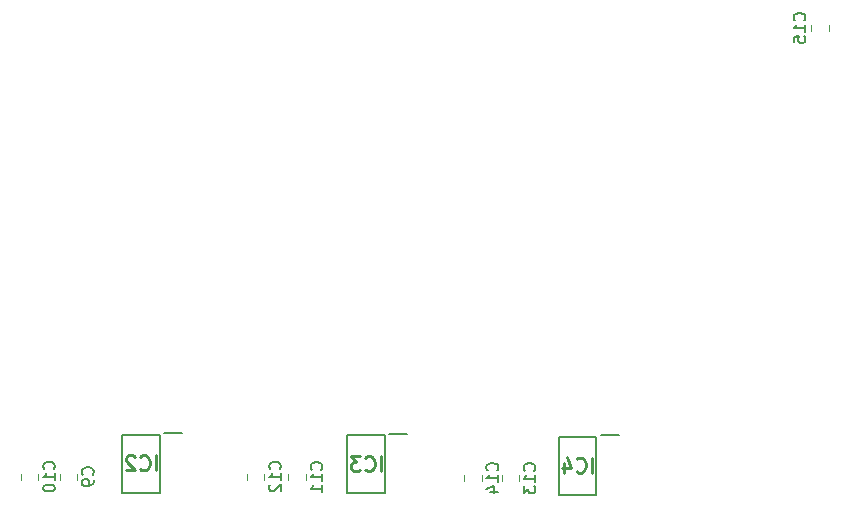
<source format=gbr>
%TF.GenerationSoftware,KiCad,Pcbnew,7.0.6*%
%TF.CreationDate,2024-01-17T13:07:11+07:00*%
%TF.ProjectId,Main,4d61696e-2e6b-4696-9361-645f70636258,rev?*%
%TF.SameCoordinates,Original*%
%TF.FileFunction,Legend,Bot*%
%TF.FilePolarity,Positive*%
%FSLAX46Y46*%
G04 Gerber Fmt 4.6, Leading zero omitted, Abs format (unit mm)*
G04 Created by KiCad (PCBNEW 7.0.6) date 2024-01-17 13:07:11*
%MOMM*%
%LPD*%
G01*
G04 APERTURE LIST*
%ADD10C,0.150000*%
%ADD11C,0.254000*%
%ADD12C,0.120000*%
%ADD13C,0.200000*%
G04 APERTURE END LIST*
D10*
X144879580Y-137009642D02*
X144927200Y-136962023D01*
X144927200Y-136962023D02*
X144974819Y-136819166D01*
X144974819Y-136819166D02*
X144974819Y-136723928D01*
X144974819Y-136723928D02*
X144927200Y-136581071D01*
X144927200Y-136581071D02*
X144831961Y-136485833D01*
X144831961Y-136485833D02*
X144736723Y-136438214D01*
X144736723Y-136438214D02*
X144546247Y-136390595D01*
X144546247Y-136390595D02*
X144403390Y-136390595D01*
X144403390Y-136390595D02*
X144212914Y-136438214D01*
X144212914Y-136438214D02*
X144117676Y-136485833D01*
X144117676Y-136485833D02*
X144022438Y-136581071D01*
X144022438Y-136581071D02*
X143974819Y-136723928D01*
X143974819Y-136723928D02*
X143974819Y-136819166D01*
X143974819Y-136819166D02*
X144022438Y-136962023D01*
X144022438Y-136962023D02*
X144070057Y-137009642D01*
X144974819Y-137962023D02*
X144974819Y-137390595D01*
X144974819Y-137676309D02*
X143974819Y-137676309D01*
X143974819Y-137676309D02*
X144117676Y-137581071D01*
X144117676Y-137581071D02*
X144212914Y-137485833D01*
X144212914Y-137485833D02*
X144260533Y-137390595D01*
X144070057Y-138342976D02*
X144022438Y-138390595D01*
X144022438Y-138390595D02*
X143974819Y-138485833D01*
X143974819Y-138485833D02*
X143974819Y-138723928D01*
X143974819Y-138723928D02*
X144022438Y-138819166D01*
X144022438Y-138819166D02*
X144070057Y-138866785D01*
X144070057Y-138866785D02*
X144165295Y-138914404D01*
X144165295Y-138914404D02*
X144260533Y-138914404D01*
X144260533Y-138914404D02*
X144403390Y-138866785D01*
X144403390Y-138866785D02*
X144974819Y-138295357D01*
X144974819Y-138295357D02*
X144974819Y-138914404D01*
X163289580Y-137119642D02*
X163337200Y-137072023D01*
X163337200Y-137072023D02*
X163384819Y-136929166D01*
X163384819Y-136929166D02*
X163384819Y-136833928D01*
X163384819Y-136833928D02*
X163337200Y-136691071D01*
X163337200Y-136691071D02*
X163241961Y-136595833D01*
X163241961Y-136595833D02*
X163146723Y-136548214D01*
X163146723Y-136548214D02*
X162956247Y-136500595D01*
X162956247Y-136500595D02*
X162813390Y-136500595D01*
X162813390Y-136500595D02*
X162622914Y-136548214D01*
X162622914Y-136548214D02*
X162527676Y-136595833D01*
X162527676Y-136595833D02*
X162432438Y-136691071D01*
X162432438Y-136691071D02*
X162384819Y-136833928D01*
X162384819Y-136833928D02*
X162384819Y-136929166D01*
X162384819Y-136929166D02*
X162432438Y-137072023D01*
X162432438Y-137072023D02*
X162480057Y-137119642D01*
X163384819Y-138072023D02*
X163384819Y-137500595D01*
X163384819Y-137786309D02*
X162384819Y-137786309D01*
X162384819Y-137786309D02*
X162527676Y-137691071D01*
X162527676Y-137691071D02*
X162622914Y-137595833D01*
X162622914Y-137595833D02*
X162670533Y-137500595D01*
X162718152Y-138929166D02*
X163384819Y-138929166D01*
X162337200Y-138691071D02*
X163051485Y-138452976D01*
X163051485Y-138452976D02*
X163051485Y-139072023D01*
X125749580Y-137009642D02*
X125797200Y-136962023D01*
X125797200Y-136962023D02*
X125844819Y-136819166D01*
X125844819Y-136819166D02*
X125844819Y-136723928D01*
X125844819Y-136723928D02*
X125797200Y-136581071D01*
X125797200Y-136581071D02*
X125701961Y-136485833D01*
X125701961Y-136485833D02*
X125606723Y-136438214D01*
X125606723Y-136438214D02*
X125416247Y-136390595D01*
X125416247Y-136390595D02*
X125273390Y-136390595D01*
X125273390Y-136390595D02*
X125082914Y-136438214D01*
X125082914Y-136438214D02*
X124987676Y-136485833D01*
X124987676Y-136485833D02*
X124892438Y-136581071D01*
X124892438Y-136581071D02*
X124844819Y-136723928D01*
X124844819Y-136723928D02*
X124844819Y-136819166D01*
X124844819Y-136819166D02*
X124892438Y-136962023D01*
X124892438Y-136962023D02*
X124940057Y-137009642D01*
X125844819Y-137962023D02*
X125844819Y-137390595D01*
X125844819Y-137676309D02*
X124844819Y-137676309D01*
X124844819Y-137676309D02*
X124987676Y-137581071D01*
X124987676Y-137581071D02*
X125082914Y-137485833D01*
X125082914Y-137485833D02*
X125130533Y-137390595D01*
X124844819Y-138581071D02*
X124844819Y-138676309D01*
X124844819Y-138676309D02*
X124892438Y-138771547D01*
X124892438Y-138771547D02*
X124940057Y-138819166D01*
X124940057Y-138819166D02*
X125035295Y-138866785D01*
X125035295Y-138866785D02*
X125225771Y-138914404D01*
X125225771Y-138914404D02*
X125463866Y-138914404D01*
X125463866Y-138914404D02*
X125654342Y-138866785D01*
X125654342Y-138866785D02*
X125749580Y-138819166D01*
X125749580Y-138819166D02*
X125797200Y-138771547D01*
X125797200Y-138771547D02*
X125844819Y-138676309D01*
X125844819Y-138676309D02*
X125844819Y-138581071D01*
X125844819Y-138581071D02*
X125797200Y-138485833D01*
X125797200Y-138485833D02*
X125749580Y-138438214D01*
X125749580Y-138438214D02*
X125654342Y-138390595D01*
X125654342Y-138390595D02*
X125463866Y-138342976D01*
X125463866Y-138342976D02*
X125225771Y-138342976D01*
X125225771Y-138342976D02*
X125035295Y-138390595D01*
X125035295Y-138390595D02*
X124940057Y-138438214D01*
X124940057Y-138438214D02*
X124892438Y-138485833D01*
X124892438Y-138485833D02*
X124844819Y-138581071D01*
X148399580Y-137059642D02*
X148447200Y-137012023D01*
X148447200Y-137012023D02*
X148494819Y-136869166D01*
X148494819Y-136869166D02*
X148494819Y-136773928D01*
X148494819Y-136773928D02*
X148447200Y-136631071D01*
X148447200Y-136631071D02*
X148351961Y-136535833D01*
X148351961Y-136535833D02*
X148256723Y-136488214D01*
X148256723Y-136488214D02*
X148066247Y-136440595D01*
X148066247Y-136440595D02*
X147923390Y-136440595D01*
X147923390Y-136440595D02*
X147732914Y-136488214D01*
X147732914Y-136488214D02*
X147637676Y-136535833D01*
X147637676Y-136535833D02*
X147542438Y-136631071D01*
X147542438Y-136631071D02*
X147494819Y-136773928D01*
X147494819Y-136773928D02*
X147494819Y-136869166D01*
X147494819Y-136869166D02*
X147542438Y-137012023D01*
X147542438Y-137012023D02*
X147590057Y-137059642D01*
X148494819Y-138012023D02*
X148494819Y-137440595D01*
X148494819Y-137726309D02*
X147494819Y-137726309D01*
X147494819Y-137726309D02*
X147637676Y-137631071D01*
X147637676Y-137631071D02*
X147732914Y-137535833D01*
X147732914Y-137535833D02*
X147780533Y-137440595D01*
X148494819Y-138964404D02*
X148494819Y-138392976D01*
X148494819Y-138678690D02*
X147494819Y-138678690D01*
X147494819Y-138678690D02*
X147637676Y-138583452D01*
X147637676Y-138583452D02*
X147732914Y-138488214D01*
X147732914Y-138488214D02*
X147780533Y-138392976D01*
X166439580Y-137149642D02*
X166487200Y-137102023D01*
X166487200Y-137102023D02*
X166534819Y-136959166D01*
X166534819Y-136959166D02*
X166534819Y-136863928D01*
X166534819Y-136863928D02*
X166487200Y-136721071D01*
X166487200Y-136721071D02*
X166391961Y-136625833D01*
X166391961Y-136625833D02*
X166296723Y-136578214D01*
X166296723Y-136578214D02*
X166106247Y-136530595D01*
X166106247Y-136530595D02*
X165963390Y-136530595D01*
X165963390Y-136530595D02*
X165772914Y-136578214D01*
X165772914Y-136578214D02*
X165677676Y-136625833D01*
X165677676Y-136625833D02*
X165582438Y-136721071D01*
X165582438Y-136721071D02*
X165534819Y-136863928D01*
X165534819Y-136863928D02*
X165534819Y-136959166D01*
X165534819Y-136959166D02*
X165582438Y-137102023D01*
X165582438Y-137102023D02*
X165630057Y-137149642D01*
X166534819Y-138102023D02*
X166534819Y-137530595D01*
X166534819Y-137816309D02*
X165534819Y-137816309D01*
X165534819Y-137816309D02*
X165677676Y-137721071D01*
X165677676Y-137721071D02*
X165772914Y-137625833D01*
X165772914Y-137625833D02*
X165820533Y-137530595D01*
X165534819Y-138435357D02*
X165534819Y-139054404D01*
X165534819Y-139054404D02*
X165915771Y-138721071D01*
X165915771Y-138721071D02*
X165915771Y-138863928D01*
X165915771Y-138863928D02*
X165963390Y-138959166D01*
X165963390Y-138959166D02*
X166011009Y-139006785D01*
X166011009Y-139006785D02*
X166106247Y-139054404D01*
X166106247Y-139054404D02*
X166344342Y-139054404D01*
X166344342Y-139054404D02*
X166439580Y-139006785D01*
X166439580Y-139006785D02*
X166487200Y-138959166D01*
X166487200Y-138959166D02*
X166534819Y-138863928D01*
X166534819Y-138863928D02*
X166534819Y-138578214D01*
X166534819Y-138578214D02*
X166487200Y-138482976D01*
X166487200Y-138482976D02*
X166439580Y-138435357D01*
X189299580Y-99017142D02*
X189347200Y-98969523D01*
X189347200Y-98969523D02*
X189394819Y-98826666D01*
X189394819Y-98826666D02*
X189394819Y-98731428D01*
X189394819Y-98731428D02*
X189347200Y-98588571D01*
X189347200Y-98588571D02*
X189251961Y-98493333D01*
X189251961Y-98493333D02*
X189156723Y-98445714D01*
X189156723Y-98445714D02*
X188966247Y-98398095D01*
X188966247Y-98398095D02*
X188823390Y-98398095D01*
X188823390Y-98398095D02*
X188632914Y-98445714D01*
X188632914Y-98445714D02*
X188537676Y-98493333D01*
X188537676Y-98493333D02*
X188442438Y-98588571D01*
X188442438Y-98588571D02*
X188394819Y-98731428D01*
X188394819Y-98731428D02*
X188394819Y-98826666D01*
X188394819Y-98826666D02*
X188442438Y-98969523D01*
X188442438Y-98969523D02*
X188490057Y-99017142D01*
X189394819Y-99969523D02*
X189394819Y-99398095D01*
X189394819Y-99683809D02*
X188394819Y-99683809D01*
X188394819Y-99683809D02*
X188537676Y-99588571D01*
X188537676Y-99588571D02*
X188632914Y-99493333D01*
X188632914Y-99493333D02*
X188680533Y-99398095D01*
X188394819Y-100874285D02*
X188394819Y-100398095D01*
X188394819Y-100398095D02*
X188871009Y-100350476D01*
X188871009Y-100350476D02*
X188823390Y-100398095D01*
X188823390Y-100398095D02*
X188775771Y-100493333D01*
X188775771Y-100493333D02*
X188775771Y-100731428D01*
X188775771Y-100731428D02*
X188823390Y-100826666D01*
X188823390Y-100826666D02*
X188871009Y-100874285D01*
X188871009Y-100874285D02*
X188966247Y-100921904D01*
X188966247Y-100921904D02*
X189204342Y-100921904D01*
X189204342Y-100921904D02*
X189299580Y-100874285D01*
X189299580Y-100874285D02*
X189347200Y-100826666D01*
X189347200Y-100826666D02*
X189394819Y-100731428D01*
X189394819Y-100731428D02*
X189394819Y-100493333D01*
X189394819Y-100493333D02*
X189347200Y-100398095D01*
X189347200Y-100398095D02*
X189299580Y-100350476D01*
D11*
X171342988Y-137311818D02*
X171342988Y-136041818D01*
X170012511Y-137190865D02*
X170072987Y-137251342D01*
X170072987Y-137251342D02*
X170254416Y-137311818D01*
X170254416Y-137311818D02*
X170375368Y-137311818D01*
X170375368Y-137311818D02*
X170556797Y-137251342D01*
X170556797Y-137251342D02*
X170677749Y-137130389D01*
X170677749Y-137130389D02*
X170738226Y-137009437D01*
X170738226Y-137009437D02*
X170798702Y-136767532D01*
X170798702Y-136767532D02*
X170798702Y-136586103D01*
X170798702Y-136586103D02*
X170738226Y-136344199D01*
X170738226Y-136344199D02*
X170677749Y-136223246D01*
X170677749Y-136223246D02*
X170556797Y-136102294D01*
X170556797Y-136102294D02*
X170375368Y-136041818D01*
X170375368Y-136041818D02*
X170254416Y-136041818D01*
X170254416Y-136041818D02*
X170072987Y-136102294D01*
X170072987Y-136102294D02*
X170012511Y-136162770D01*
X168923940Y-136465151D02*
X168923940Y-137311818D01*
X169226321Y-135981342D02*
X169528702Y-136888484D01*
X169528702Y-136888484D02*
X168742511Y-136888484D01*
D10*
X129039580Y-137485833D02*
X129087200Y-137438214D01*
X129087200Y-137438214D02*
X129134819Y-137295357D01*
X129134819Y-137295357D02*
X129134819Y-137200119D01*
X129134819Y-137200119D02*
X129087200Y-137057262D01*
X129087200Y-137057262D02*
X128991961Y-136962024D01*
X128991961Y-136962024D02*
X128896723Y-136914405D01*
X128896723Y-136914405D02*
X128706247Y-136866786D01*
X128706247Y-136866786D02*
X128563390Y-136866786D01*
X128563390Y-136866786D02*
X128372914Y-136914405D01*
X128372914Y-136914405D02*
X128277676Y-136962024D01*
X128277676Y-136962024D02*
X128182438Y-137057262D01*
X128182438Y-137057262D02*
X128134819Y-137200119D01*
X128134819Y-137200119D02*
X128134819Y-137295357D01*
X128134819Y-137295357D02*
X128182438Y-137438214D01*
X128182438Y-137438214D02*
X128230057Y-137485833D01*
X129134819Y-137962024D02*
X129134819Y-138152500D01*
X129134819Y-138152500D02*
X129087200Y-138247738D01*
X129087200Y-138247738D02*
X129039580Y-138295357D01*
X129039580Y-138295357D02*
X128896723Y-138390595D01*
X128896723Y-138390595D02*
X128706247Y-138438214D01*
X128706247Y-138438214D02*
X128325295Y-138438214D01*
X128325295Y-138438214D02*
X128230057Y-138390595D01*
X128230057Y-138390595D02*
X128182438Y-138342976D01*
X128182438Y-138342976D02*
X128134819Y-138247738D01*
X128134819Y-138247738D02*
X128134819Y-138057262D01*
X128134819Y-138057262D02*
X128182438Y-137962024D01*
X128182438Y-137962024D02*
X128230057Y-137914405D01*
X128230057Y-137914405D02*
X128325295Y-137866786D01*
X128325295Y-137866786D02*
X128563390Y-137866786D01*
X128563390Y-137866786D02*
X128658628Y-137914405D01*
X128658628Y-137914405D02*
X128706247Y-137962024D01*
X128706247Y-137962024D02*
X128753866Y-138057262D01*
X128753866Y-138057262D02*
X128753866Y-138247738D01*
X128753866Y-138247738D02*
X128706247Y-138342976D01*
X128706247Y-138342976D02*
X128658628Y-138390595D01*
X128658628Y-138390595D02*
X128563390Y-138438214D01*
D11*
X153459762Y-137196818D02*
X153459762Y-135926818D01*
X152129285Y-137075865D02*
X152189761Y-137136342D01*
X152189761Y-137136342D02*
X152371190Y-137196818D01*
X152371190Y-137196818D02*
X152492142Y-137196818D01*
X152492142Y-137196818D02*
X152673571Y-137136342D01*
X152673571Y-137136342D02*
X152794523Y-137015389D01*
X152794523Y-137015389D02*
X152855000Y-136894437D01*
X152855000Y-136894437D02*
X152915476Y-136652532D01*
X152915476Y-136652532D02*
X152915476Y-136471103D01*
X152915476Y-136471103D02*
X152855000Y-136229199D01*
X152855000Y-136229199D02*
X152794523Y-136108246D01*
X152794523Y-136108246D02*
X152673571Y-135987294D01*
X152673571Y-135987294D02*
X152492142Y-135926818D01*
X152492142Y-135926818D02*
X152371190Y-135926818D01*
X152371190Y-135926818D02*
X152189761Y-135987294D01*
X152189761Y-135987294D02*
X152129285Y-136047770D01*
X151705952Y-135926818D02*
X150919761Y-135926818D01*
X150919761Y-135926818D02*
X151343095Y-136410627D01*
X151343095Y-136410627D02*
X151161666Y-136410627D01*
X151161666Y-136410627D02*
X151040714Y-136471103D01*
X151040714Y-136471103D02*
X150980238Y-136531580D01*
X150980238Y-136531580D02*
X150919761Y-136652532D01*
X150919761Y-136652532D02*
X150919761Y-136954913D01*
X150919761Y-136954913D02*
X150980238Y-137075865D01*
X150980238Y-137075865D02*
X151040714Y-137136342D01*
X151040714Y-137136342D02*
X151161666Y-137196818D01*
X151161666Y-137196818D02*
X151524523Y-137196818D01*
X151524523Y-137196818D02*
X151645476Y-137136342D01*
X151645476Y-137136342D02*
X151705952Y-137075865D01*
X134410988Y-137136818D02*
X134410988Y-135866818D01*
X133080511Y-137015865D02*
X133140987Y-137076342D01*
X133140987Y-137076342D02*
X133322416Y-137136818D01*
X133322416Y-137136818D02*
X133443368Y-137136818D01*
X133443368Y-137136818D02*
X133624797Y-137076342D01*
X133624797Y-137076342D02*
X133745749Y-136955389D01*
X133745749Y-136955389D02*
X133806226Y-136834437D01*
X133806226Y-136834437D02*
X133866702Y-136592532D01*
X133866702Y-136592532D02*
X133866702Y-136411103D01*
X133866702Y-136411103D02*
X133806226Y-136169199D01*
X133806226Y-136169199D02*
X133745749Y-136048246D01*
X133745749Y-136048246D02*
X133624797Y-135927294D01*
X133624797Y-135927294D02*
X133443368Y-135866818D01*
X133443368Y-135866818D02*
X133322416Y-135866818D01*
X133322416Y-135866818D02*
X133140987Y-135927294D01*
X133140987Y-135927294D02*
X133080511Y-135987770D01*
X132596702Y-135987770D02*
X132536226Y-135927294D01*
X132536226Y-135927294D02*
X132415273Y-135866818D01*
X132415273Y-135866818D02*
X132112892Y-135866818D01*
X132112892Y-135866818D02*
X131991940Y-135927294D01*
X131991940Y-135927294D02*
X131931464Y-135987770D01*
X131931464Y-135987770D02*
X131870987Y-136108722D01*
X131870987Y-136108722D02*
X131870987Y-136229675D01*
X131870987Y-136229675D02*
X131931464Y-136411103D01*
X131931464Y-136411103D02*
X132657178Y-137136818D01*
X132657178Y-137136818D02*
X131870987Y-137136818D01*
D12*
X142105000Y-137913752D02*
X142105000Y-137391248D01*
X143575000Y-137913752D02*
X143575000Y-137391248D01*
X160515000Y-138023752D02*
X160515000Y-137501248D01*
X161985000Y-138023752D02*
X161985000Y-137501248D01*
X122975000Y-137913752D02*
X122975000Y-137391248D01*
X124445000Y-137913752D02*
X124445000Y-137391248D01*
X145625000Y-137963752D02*
X145625000Y-137441248D01*
X147095000Y-137963752D02*
X147095000Y-137441248D01*
X163665000Y-138053752D02*
X163665000Y-137531248D01*
X165135000Y-138053752D02*
X165135000Y-137531248D01*
X191355000Y-99398748D02*
X191355000Y-99921252D01*
X189885000Y-99398748D02*
X189885000Y-99921252D01*
D13*
X173578226Y-134157500D02*
X172053226Y-134157500D01*
X171703226Y-139187500D02*
X171703226Y-134287500D01*
X171703226Y-134287500D02*
X168503226Y-134287500D01*
X168503226Y-139187500D02*
X171703226Y-139187500D01*
X168503226Y-134287500D02*
X168503226Y-139187500D01*
D12*
X126265000Y-137913752D02*
X126265000Y-137391248D01*
X127735000Y-137913752D02*
X127735000Y-137391248D01*
D13*
X155695000Y-134042500D02*
X154170000Y-134042500D01*
X153820000Y-139072500D02*
X153820000Y-134172500D01*
X153820000Y-134172500D02*
X150620000Y-134172500D01*
X150620000Y-139072500D02*
X153820000Y-139072500D01*
X150620000Y-134172500D02*
X150620000Y-139072500D01*
X136646226Y-133982500D02*
X135121226Y-133982500D01*
X134771226Y-139012500D02*
X134771226Y-134112500D01*
X134771226Y-134112500D02*
X131571226Y-134112500D01*
X131571226Y-139012500D02*
X134771226Y-139012500D01*
X131571226Y-134112500D02*
X131571226Y-139012500D01*
M02*

</source>
